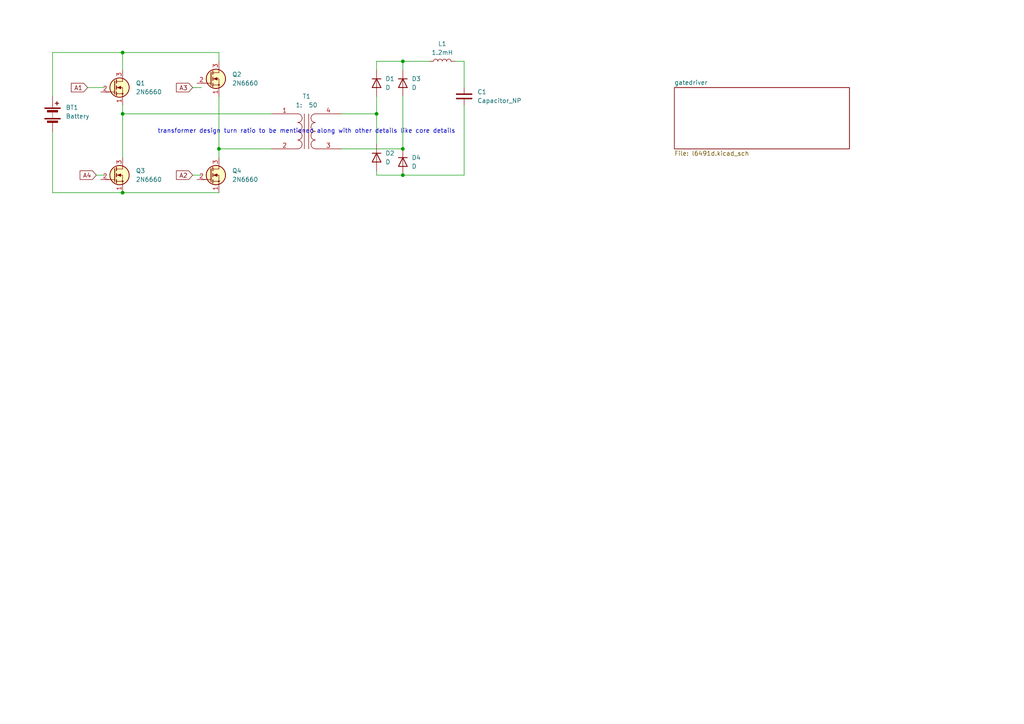
<source format=kicad_sch>
(kicad_sch (version 20231120) (generator "eeschema") (generator_version "8.0")
  (paper "A4")
  (lib_symbols
    (symbol "Device:Battery" (pin_numbers hide) (pin_names (offset 0) hide)
      (property "Reference" "BT" (at 2.54 2.54 0))
      (property "Value" "Battery" (at 2.54 0 0))
      (symbol "Battery_0_1"
        (rectangle (start -2.286 -1.27) (end 2.286 -1.524) (fill (type outline)))
        (rectangle (start -2.286 1.778) (end 2.286 1.524) (fill (type outline)))
        (rectangle (start -1.524 -2.032) (end 1.524 -2.54) (fill (type outline)))
        (rectangle (start -1.524 1.016) (end 1.524 0.508) (fill (type outline)))
        (polyline (pts (xy 0 -1.016) (xy 0 -0.762)))
        (polyline (pts (xy 0 -0.508) (xy 0 -0.254)))
        (polyline (pts (xy 0 0) (xy 0 0.254)))
        (polyline (pts (xy 0 1.778) (xy 0 2.54)))
        (polyline (pts (xy 0.762 3.048) (xy 1.778 3.048)) (stroke (width 0.254)))
        (polyline (pts (xy 1.27 3.556) (xy 1.27 2.54)) (stroke (width 0.254)))
      )
      (symbol "Battery_1_1"
        (pin passive line (at 0 5.08 270) (length 2.54) (name "+") (number "1"))
        (pin passive line (at 0 -5.08 90) (length 2.54) (name "-") (number "2"))
      )
    )
    (symbol "Device:D" (pin_numbers hide) (pin_names (offset 1.016) hide)
      (property "Reference" "D" (at 0 2.54 0))
      (property "Value" "D" (at 0 -2.54 0))
      (symbol "D_0_1"
        (polyline (pts (xy -1.27 1.27) (xy -1.27 -1.27)) (stroke (width 0.254)))
        (polyline (pts (xy 1.27 0) (xy -1.27 0)))
        (polyline (pts (xy 1.27 1.27) (xy 1.27 -1.27) (xy -1.27 0) (xy 1.27 1.27)) (stroke (width 0.254)))
      )
      (symbol "D_1_1"
        (pin passive line (at -3.81 0 0) (length 2.54) (name "K") (number "1"))
        (pin passive line (at 3.81 0 180) (length 2.54) (name "A") (number "2"))
      )
    )
    (symbol "Device:L" (pin_numbers hide) (pin_names (offset 1.016) hide)
      (property "Reference" "L" (at -1.27 0 90))
      (property "Value" "L" (at 1.905 0 90))
      (symbol "L_0_1"
        (arc (start 0 -2.54) (mid 0.6323 -1.905) (end 0 -1.27))
        (arc (start 0 -1.27) (mid 0.6323 -0.635) (end 0 0))
        (arc (start 0 0) (mid 0.6323 0.635) (end 0 1.27))
        (arc (start 0 1.27) (mid 0.6323 1.905) (end 0 2.54))
      )
      (symbol "L_1_1"
        (pin passive line (at 0 3.81 270) (length 1.27) (name "1") (number "1"))
        (pin passive line (at 0 -3.81 90) (length 1.27) (name "2") (number "2"))
      )
    )
    (symbol "Device:Transformer_1P_1S" (pin_names (offset 1.016) hide)
      (property "Reference" "T" (at 0 6.35 0))
      (property "Value" "Transformer_1P_1S" (at 0 -7.62 0))
      (symbol "Transformer_1P_1S_0_1"
        (arc (start -2.54 -5.0546) (mid -1.6599 -4.6901) (end -1.27 -3.81))
        (arc (start -2.54 -2.5146) (mid -1.6599 -2.1501) (end -1.27 -1.27))
        (arc (start -2.54 0.0254) (mid -1.6599 0.3899) (end -1.27 1.27))
        (arc (start -2.54 2.5654) (mid -1.6599 2.9299) (end -1.27 3.81))
        (arc (start -1.27 -3.81) (mid -1.642 -2.912) (end -2.54 -2.54))
        (arc (start -1.27 -1.27) (mid -1.642 -0.372) (end -2.54 0))
        (arc (start -1.27 1.27) (mid -1.642 2.168) (end -2.54 2.54))
        (arc (start -1.27 3.81) (mid -1.642 4.708) (end -2.54 5.08))
        (polyline (pts (xy -0.635 5.08) (xy -0.635 -5.08)))
        (polyline (pts (xy 0.635 -5.08) (xy 0.635 5.08)))
        (arc (start 1.2954 -1.27) (mid 1.6599 -2.1501) (end 2.54 -2.5146))
        (arc (start 1.2954 1.27) (mid 1.6599 0.3899) (end 2.54 0.0254))
        (arc (start 1.2954 3.81) (mid 1.6599 2.9299) (end 2.54 2.5654))
        (arc (start 1.3208 -3.81) (mid 1.6853 -4.6901) (end 2.5654 -5.0546))
        (arc (start 2.54 0) (mid 1.642 -0.372) (end 1.2954 -1.27))
        (arc (start 2.54 2.54) (mid 1.642 2.168) (end 1.2954 1.27))
        (arc (start 2.54 5.08) (mid 1.642 4.708) (end 1.2954 3.81))
        (arc (start 2.5654 -2.54) (mid 1.6674 -2.912) (end 1.3208 -3.81))
      )
      (symbol "Transformer_1P_1S_1_1"
        (pin passive line (at -10.16 5.08 0) (length 7.62) (name "AA") (number "1"))
        (pin passive line (at -10.16 -5.08 0) (length 7.62) (name "AB") (number "2"))
        (pin passive line (at 10.16 -5.08 180) (length 7.62) (name "SA") (number "3"))
        (pin passive line (at 10.16 5.08 180) (length 7.62) (name "SB") (number "4"))
      )
    )
    (symbol "PCM_SL_Devices:Capacitor_NP"
      (property "Reference" "C" (at 0 6.35 0))
      (property "Value" "Capacitor_NP" (at 0 3.81 0))
      (symbol "Capacitor_NP_0_1"
        (rectangle (start -0.762 2.286) (end -0.508 -2.286) (fill (type outline)))
        (rectangle (start 0.508 2.286) (end 0.762 -2.286) (fill (type outline)))
      )
      (symbol "Capacitor_NP_1_1"
        (pin passive line (at -2.54 0 0) (length 2) (name "~") (number "1"))
        (pin input line (at 2.54 0 180) (length 2) (name "~") (number "2"))
      )
    )
    (symbol "PCM_Transistor_MOSFET_AKL:2N6660" (pin_names hide)
      (property "Reference" "Q" (at 5.08 1.27 0))
      (property "Value" "2N6660" (at 5.08 -1.27 0))
      (symbol "2N6660_0_1"
        (polyline (pts (xy 0.254 -1.27) (xy -2.54 -1.27)))
        (polyline (pts (xy 0.254 1.905) (xy 0.254 -1.905)) (stroke (width 0.254)))
        (polyline (pts (xy 0.762 -1.778) (xy 2.54 -1.778)))
        (polyline (pts (xy 0.762 -1.27) (xy 0.762 -2.286)) (stroke (width 0.254)))
        (polyline (pts (xy 0.762 0.508) (xy 0.762 -0.508)) (stroke (width 0.254)))
        (polyline (pts (xy 0.762 2.286) (xy 0.762 1.27)) (stroke (width 0.254)))
        (polyline (pts (xy 2.54 1.778) (xy 0.762 1.778)))
        (polyline (pts (xy 2.54 2.54) (xy 2.54 1.778)))
        (polyline (pts (xy 2.54 -2.54) (xy 2.54 0) (xy 0.762 0)))
        (polyline (pts (xy 1.016 0) (xy 2.032 0.381) (xy 2.032 -0.381) (xy 1.016 0)) (fill (type outline)))
        (circle (center 1.651 0) (radius 2.794) (stroke (width 0.254)) (fill (type background)))
        (circle (center 2.54 -1.778) (radius 0.1778) (fill (type outline)))
      )
      (symbol "2N6660_1_1"
        (pin passive line (at 2.54 -5.08 90) (length 2.54) (name "S") (number "1"))
        (pin input line (at -3.81 -1.27 0) (length 2.54) (name "G") (number "2"))
        (pin passive line (at 2.54 5.08 270) (length 2.54) (name "D") (number "3"))
      )
    )
  )
  (junction (at 116.84 50.8))
  (junction (at 116.84 43.18))
  (junction (at 35.56 55.88))
  (junction (at 35.56 15.24))
  (junction (at 63.5 43.18))
  (junction (at 109.22 33.02))
  (junction (at 35.56 33.02))
  (junction (at 116.84 17.78))
  (wire (pts (xy 27.94 50.8) (xy 30.48 50.8)))
  (wire (pts (xy 15.24 55.88) (xy 35.56 55.88)))
  (wire (pts (xy 109.22 17.78) (xy 116.84 17.78)))
  (wire (pts (xy 55.88 25.4) (xy 58.42 25.4)))
  (wire (pts (xy 63.5 43.18) (xy 78.74 43.18)))
  (wire (pts (xy 99.06 43.18) (xy 116.84 43.18)))
  (wire (pts (xy 35.56 55.88) (xy 63.5 55.88)))
  (wire (pts (xy 63.5 15.24) (xy 63.5 17.78)))
  (wire (pts (xy 116.84 27.94) (xy 116.84 43.18)))
  (wire (pts (xy 134.62 30.48) (xy 134.62 50.8)))
  (wire (pts (xy 63.5 15.24) (xy 35.56 15.24)))
  (wire (pts (xy 116.84 17.78) (xy 116.84 20.32)))
  (wire (pts (xy 134.62 50.8) (xy 116.84 50.8)))
  (wire (pts (xy 99.06 33.02) (xy 109.22 33.02)))
  (wire (pts (xy 35.56 33.02) (xy 35.56 45.72)))
  (wire (pts (xy 109.22 50.8) (xy 116.84 50.8)))
  (wire (pts (xy 109.22 17.78) (xy 109.22 20.32)))
  (wire (pts (xy 116.84 17.78) (xy 124.46 17.78)))
  (wire (pts (xy 63.5 27.94) (xy 63.5 43.18)))
  (wire (pts (xy 15.24 38.1) (xy 15.24 55.88)))
  (wire (pts (xy 63.5 43.18) (xy 63.5 45.72)))
  (wire (pts (xy 15.24 27.94) (xy 15.24 15.24)))
  (wire (pts (xy 35.56 15.24) (xy 35.56 20.32)))
  (wire (pts (xy 109.22 33.02) (xy 109.22 41.91)))
  (wire (pts (xy 132.08 17.78) (xy 134.62 17.78)))
  (wire (pts (xy 134.62 17.78) (xy 134.62 25.4)))
  (wire (pts (xy 35.56 33.02) (xy 78.74 33.02)))
  (wire (pts (xy 35.56 30.48) (xy 35.56 33.02)))
  (wire (pts (xy 55.88 50.8) (xy 58.42 50.8)))
  (wire (pts (xy 109.22 50.8) (xy 109.22 49.53)))
  (wire (pts (xy 109.22 27.94) (xy 109.22 33.02)))
  (wire (pts (xy 25.4 25.4) (xy 30.48 25.4)))
  (wire (pts (xy 15.24 15.24) (xy 35.56 15.24)))
  (text "transformer design turn ratio to be mentioned along with other details like core details" (at 88.9 38.1 0) (effects (font (size 1.27 1.27))))
  (global_label "A1" (shape input) (at 25.4 25.4 180) (property "Intersheetrefs" "${INTERSHEET_REFS}" (effects (hide yes))))
  (global_label "A3" (shape input) (at 55.88 25.4 180) (property "Intersheetrefs" "${INTERSHEET_REFS}" (effects (hide yes))))
  (global_label "A2" (shape input) (at 55.88 50.8 180) (property "Intersheetrefs" "${INTERSHEET_REFS}" (effects (hide yes))))
  (global_label "A4" (shape input) (at 27.94 50.8 180) (property "Intersheetrefs" "${INTERSHEET_REFS}" (effects (hide yes))))
  (symbol (lib_id "Device:D") (at 116.84 46.99 270) (unit 1)
    (property "Reference" "D4" (at 119.38 45.7199 90) (effects (justify left)))
    (property "Value" "D" (at 119.38 48.2599 90) (effects (justify left)))
    (property "Description" "Diode" (effects (hide yes)))
    (property "Sim.Device" "D" (effects (hide yes)))
    (property "Sim.Pins" "1=K 2=A" (effects (hide yes)))
  )
  (symbol (lib_id "Device:D") (at 109.22 24.13 270) (unit 1)
    (property "Reference" "D1" (at 111.76 22.8599 90) (effects (justify left)))
    (property "Value" "D" (at 111.76 25.3999 90) (effects (justify left)))
    (property "Description" "Diode" (effects (hide yes)))
    (property "Sim.Device" "D" (effects (hide yes)))
    (property "Sim.Pins" "1=K 2=A" (effects (hide yes)))
  )
  (symbol (lib_id "PCM_Transistor_MOSFET_AKL:2N6660") (at 33.02 25.4 0) (unit 1)
    (property "Reference" "Q1" (at 39.37 24.1299 0) (effects (justify left)))
    (property "Value" "2N6660" (at 39.37 26.6699 0) (effects (justify left)))
    (property "Footprint" "Package_TO_SOT_THT_AKL:TO-39-3_SGD" (effects (hide yes)))
    (property "Datasheet" "https://www.tme.eu/Document/5ed933c46c767af29b5a52c786b35e4a/2N6660.pdf" (effects (hide yes)))
    (property "Description" "TO-39 N-MOSFET enchancement mode transistor, 60V, 410mA, 6.25W, Alternate KiCAD Library" (effects (hide yes)))
  )
  (symbol (lib_id "PCM_Transistor_MOSFET_AKL:2N6660") (at 33.02 50.8 0) (unit 1)
    (property "Reference" "Q3" (at 39.37 49.5299 0) (effects (justify left)))
    (property "Value" "2N6660" (at 39.37 52.0699 0) (effects (justify left)))
    (property "Footprint" "Package_TO_SOT_THT_AKL:TO-39-3_SGD" (effects (hide yes)))
    (property "Datasheet" "https://www.tme.eu/Document/5ed933c46c767af29b5a52c786b35e4a/2N6660.pdf" (effects (hide yes)))
    (property "Description" "TO-39 N-MOSFET enchancement mode transistor, 60V, 410mA, 6.25W, Alternate KiCAD Library" (effects (hide yes)))
  )
  (symbol (lib_id "Device:Battery") (at 15.24 33.02 0) (unit 1)
    (property "Reference" "BT1" (at 19.05 31.1784 0) (effects (justify left)))
    (property "Value" "Battery" (at 19.05 33.7184 0) (effects (justify left)))
    (property "Description" "Multiple-cell battery" (effects (hide yes)))
  )
  (symbol (lib_id "Device:D") (at 109.22 45.72 270) (unit 1)
    (property "Reference" "D2" (at 111.76 44.4499 90) (effects (justify left)))
    (property "Value" "D" (at 111.76 46.9899 90) (effects (justify left)))
    (property "Description" "Diode" (effects (hide yes)))
    (property "Sim.Device" "D" (effects (hide yes)))
    (property "Sim.Pins" "1=K 2=A" (effects (hide yes)))
  )
  (symbol (lib_id "PCM_Transistor_MOSFET_AKL:2N6660") (at 60.96 22.86 0) (unit 1)
    (property "Reference" "Q2" (at 67.31 21.5899 0) (effects (justify left)))
    (property "Value" "2N6660" (at 67.31 24.1299 0) (effects (justify left)))
    (property "Footprint" "Package_TO_SOT_THT_AKL:TO-39-3_SGD" (effects (hide yes)))
    (property "Datasheet" "https://www.tme.eu/Document/5ed933c46c767af29b5a52c786b35e4a/2N6660.pdf" (effects (hide yes)))
    (property "Description" "TO-39 N-MOSFET enchancement mode transistor, 60V, 410mA, 6.25W, Alternate KiCAD Library" (effects (hide yes)))
  )
  (symbol (lib_id "Device:Transformer_1P_1S") (at 88.9 38.1 0) (unit 1)
    (property "Reference" "T1" (at 88.9127 27.94 0))
    (property "Value" "1:  50" (at 88.9127 30.48 0))
    (property "Description" "Transformer, single primary, single secondary" (effects (hide yes)))
  )
  (symbol (lib_id "Device:L") (at 128.27 17.78 90) (unit 1)
    (property "Reference" "L1" (at 128.27 12.7 90))
    (property "Value" "1.2mH" (at 128.27 15.24 90))
    (property "Description" "Inductor" (effects (hide yes)))
  )
  (symbol (lib_id "PCM_Transistor_MOSFET_AKL:2N6660") (at 60.96 50.8 0) (unit 1)
    (property "Reference" "Q4" (at 67.31 49.5299 0) (effects (justify left)))
    (property "Value" "2N6660" (at 67.31 52.0699 0) (effects (justify left)))
    (property "Footprint" "Package_TO_SOT_THT_AKL:TO-39-3_SGD" (effects (hide yes)))
    (property "Datasheet" "https://www.tme.eu/Document/5ed933c46c767af29b5a52c786b35e4a/2N6660.pdf" (effects (hide yes)))
    (property "Description" "TO-39 N-MOSFET enchancement mode transistor, 60V, 410mA, 6.25W, Alternate KiCAD Library" (effects (hide yes)))
  )
  (symbol (lib_id "Device:D") (at 116.84 24.13 270) (unit 1)
    (property "Reference" "D3" (at 119.38 22.8599 90) (effects (justify left)))
    (property "Value" "D" (at 119.38 25.3999 90) (effects (justify left)))
    (property "Description" "Diode" (effects (hide yes)))
    (property "Sim.Device" "D" (effects (hide yes)))
    (property "Sim.Pins" "1=K 2=A" (effects (hide yes)))
  )
  (symbol (lib_id "PCM_SL_Devices:Capacitor_NP") (at 134.62 27.94 90) (unit 1)
    (property "Reference" "C1" (at 138.43 26.6699 90) (effects (justify right)))
    (property "Value" "Capacitor_NP" (at 138.43 29.2099 90) (effects (justify right)))
    (property "Footprint" "Capacitor_THT:C_Disc_D3.0mm_W2.0mm_P2.50mm" (effects (hide yes)))
    (property "Description" "Unpolarized Capacitor" (effects (hide yes)))
  )
  (sheet (at 195.58 25.4) (size 50.8 17.78) (stroke (width 0.1524))
    (property "Sheetname" "gatedriver" (at 195.58 24.6884 0) (effects (justify left bottom)))
    (property "Sheetfile" "l6491d.kicad_sch" (at 195.58 43.7646 0) (effects (justify left top)))
  )
)
</source>
